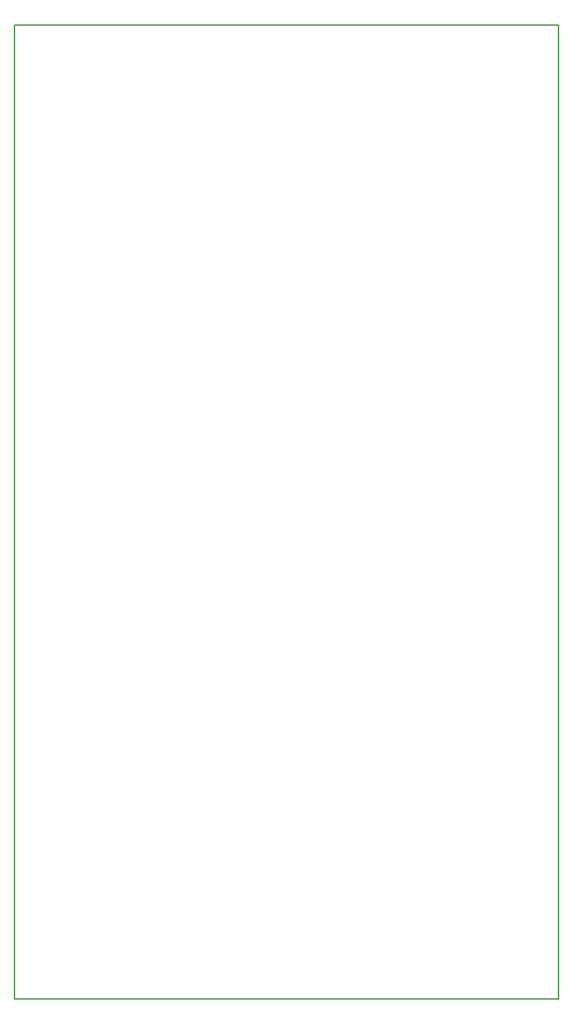
<source format=gbr>
G04 #@! TF.FileFunction,Profile,NP*
%FSLAX46Y46*%
G04 Gerber Fmt 4.6, Leading zero omitted, Abs format (unit mm)*
G04 Created by KiCad (PCBNEW 4.0.7-e2-6376~58~ubuntu16.04.1) date Mon Jan 29 21:07:09 2018*
%MOMM*%
%LPD*%
G01*
G04 APERTURE LIST*
%ADD10C,0.100000*%
%ADD11C,0.150000*%
G04 APERTURE END LIST*
D10*
D11*
X60020000Y-48120000D02*
X60040000Y-48120000D01*
X60020000Y-173220000D02*
X60020000Y-48120000D01*
X130020000Y-173220000D02*
X60020000Y-173220000D01*
X130020000Y-48120000D02*
X130020000Y-173220000D01*
X60020000Y-48120000D02*
X130020000Y-48120000D01*
M02*

</source>
